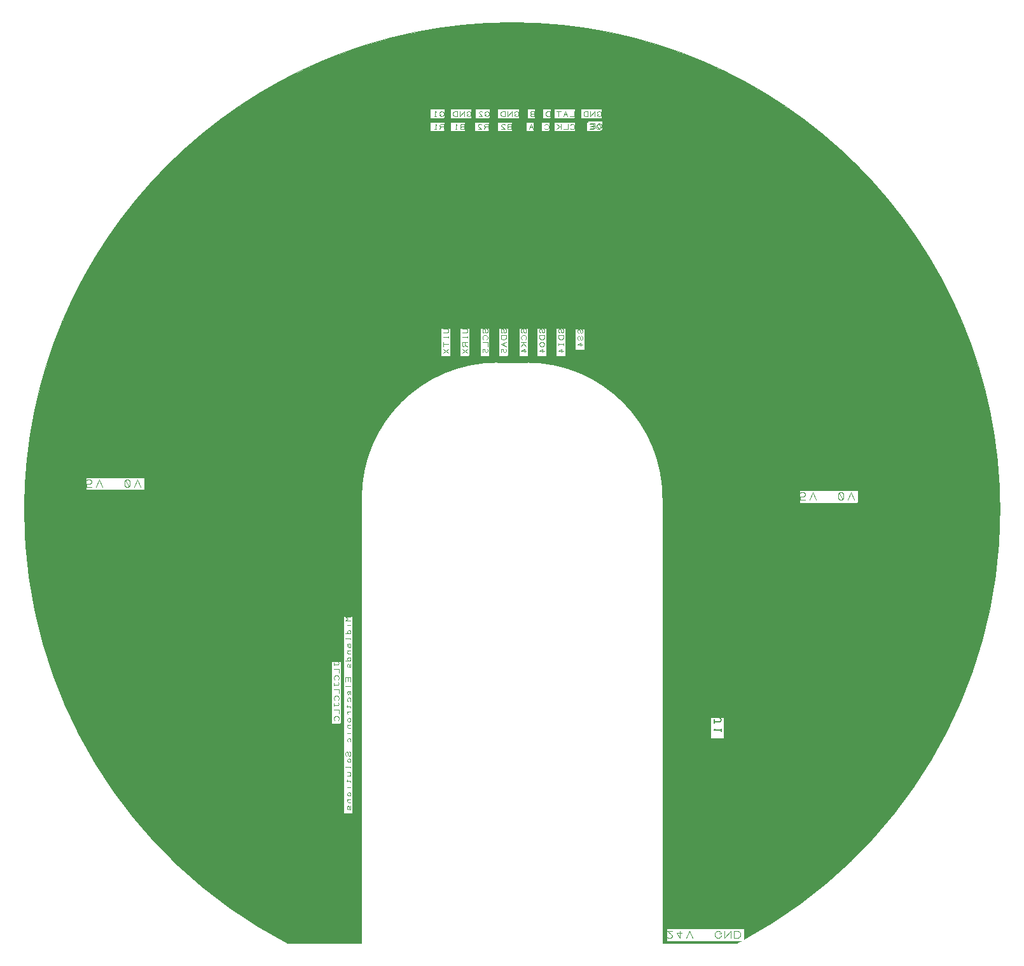
<source format=gbo>
G04 DesignSpark PCB Gerber Version 12.0 Build 5942*
%FSLAX35Y35*%
%MOMM*%
%ADD17C,0.00001*%
%ADD226C,0.07620*%
%ADD12C,0.10000*%
%ADD11C,0.12700*%
X0Y0D02*
D02*
D11*
X44623600Y50550860D02*
X44883600D01*
Y50380860D01*
X44623600D01*
Y50550860D01*
Y50720860D02*
X44883600D01*
Y50550860D01*
X44623600D01*
Y50720860D01*
X44883600Y50550860D02*
X45213600D01*
Y50380860D01*
X44883600D01*
Y50550860D01*
Y50720860D02*
X45213600D01*
Y50550860D01*
X44883600D01*
Y50720860D01*
X45213600Y50550860D02*
X45513600D01*
Y50380860D01*
X45213600D01*
Y50550860D01*
Y50720860D02*
X45513600D01*
Y50550860D01*
X45213600D01*
Y50720860D01*
X45513600Y50550860D02*
X45863600D01*
Y50380860D01*
X45513600D01*
Y50550860D01*
Y50720860D02*
X45863600D01*
Y50550860D01*
X45513600D01*
Y50720860D01*
X45863600Y50550860D02*
X46073600D01*
Y50380860D01*
X45863600D01*
Y50550860D01*
Y50720860D02*
X46073600D01*
Y50550860D01*
X45863600D01*
Y50720860D01*
X46073600Y50550860D02*
X46273600D01*
Y50380860D01*
X46073600D01*
Y50550860D01*
Y50720860D02*
X46273600D01*
Y50550860D01*
X46073600D01*
Y50720860D01*
X46273600Y50550860D02*
X46613600D01*
Y50380860D01*
X46273600D01*
Y50550860D01*
Y50720860D02*
X46613600D01*
Y50550860D01*
X46273600D01*
Y50720860D01*
X46613600Y50550860D02*
X46943600D01*
Y50380860D01*
X46613600D01*
Y50550860D01*
Y50720860D02*
X46943600D01*
Y50550860D01*
X46613600D01*
Y50720860D01*
X48487310Y42585260D02*
X48495250Y42577320D01*
X48503190Y42561450D01*
X48495250Y42545570D01*
X48487310Y42537630D01*
X48407940D01*
Y42521760D01*
Y42537630D02*
Y42569380D01*
X48503190Y42442380D02*
Y42410630D01*
Y42426510D02*
X48407940D01*
X48423810Y42442380D01*
D02*
D12*
X47792000Y41964560D02*
Y43154560D01*
X47932000Y41887760D02*
X48322000D01*
X48142000Y43280360D02*
X48392000Y43282060D01*
X48522000Y41887760D02*
X49097000Y41887060D01*
X48682000Y43282060D02*
X49062000D01*
X48997000Y41824560D02*
G75*
G02*
Y41834560I0J5000D01*
G01*
Y41824560D02*
G75*
G03*
Y41834560I0J5000D01*
G01*
X49252000Y43134560D02*
Y42024560D01*
D02*
D17*
X39226240Y45353160D02*
G75*
G03*
X42721570Y39593110I6493710J-20D01*
G01*
X43713650D01*
Y45516760D01*
G75*
G02*
X45520000Y47323110I1806350J0D01*
G01*
X45917500D01*
G75*
G02*
X47723850Y45516760I0J-1806350D01*
G01*
Y45156810D01*
G75*
G02*
X47726350Y45151760I-3850J-5050D01*
G01*
Y39593110D01*
X48718430D01*
G75*
G03*
X48767160Y39618740I-2997200J5757680D01*
G01*
X47781390D01*
G75*
G02*
X47777580Y39622550I0J3810D01*
G01*
Y39782570D01*
G75*
G02*
X47781390Y39786380I3810J0D01*
G01*
X48805010D01*
G75*
G02*
X48808820Y39782570I0J-3810D01*
G01*
Y39641070D01*
G75*
G03*
X52213720Y45353140I-3088880J5712090D01*
G01*
G75*
G03*
X45720000Y51846890I-6493720J0D01*
G01*
G75*
G03*
X39226240Y45353160I0J-6493730D01*
G01*
X47787000Y41964560D02*
Y43154560D01*
G75*
G02*
X47797000I5000J0D01*
G01*
Y41964560D01*
G75*
G02*
X47787000I-5000J0D01*
G01*
X47932000Y41892760D02*
X48322000D01*
G75*
G02*
X48327000Y41887760I0J-5000D01*
G01*
G75*
G02*
X48322000Y41882760I-5000J0D01*
G01*
X47932000D01*
G75*
G02*
X47927000Y41887760I0J5000D01*
G01*
G75*
G02*
X47932000Y41892760I5000J0D01*
G01*
X48141970Y43285360D02*
X48391970Y43287060D01*
G75*
G02*
X48397000Y43282060I30J-5000D01*
G01*
G75*
G02*
X48392030Y43277060I-5000J0D01*
G01*
X48142030Y43275360D01*
G75*
G02*
X48137000Y43280360I-30J5000D01*
G01*
G75*
G02*
X48141970Y43285360I5000J0D01*
G01*
X48361900Y42324910D02*
Y42591610D01*
G75*
G02*
X48368250Y42597960I6350J0D01*
G01*
X48533350D01*
G75*
G02*
X48539700Y42591610I0J-6350D01*
G01*
Y42324910D01*
G75*
G02*
X48533350Y42318560I-6350J0D01*
G01*
X48368250D01*
G75*
G02*
X48361900Y42324910I0J6350D01*
G01*
X48522010Y41892760D02*
X49097010Y41892060D01*
G75*
G02*
X49102000Y41887060I0J-5000D01*
G01*
G75*
G02*
X49096990Y41882060I-5010J0D01*
G01*
X48521990Y41882760D01*
G75*
G02*
X48517000Y41887760I0J5000D01*
G01*
G75*
G02*
X48522010Y41892760I5010J0D01*
G01*
X48991000Y41837560D02*
G75*
G02*
X48997000Y41839560I3500J-500D01*
G01*
G75*
G02*
X49003000Y41837560I2500J-2500D01*
G01*
G75*
G02*
X49007000Y41829560I-6000J-8000D01*
G01*
G75*
G02*
X49003000Y41821560I-10000J0D01*
G01*
G75*
G02*
X48997000Y41819560I-3500J500D01*
G01*
G75*
G02*
X48991000Y41821560I-2500J2500D01*
G01*
G75*
G02*
X48987000Y41829560I6000J8000D01*
G01*
G75*
G02*
X48991000Y41837560I10000J0D01*
G01*
X48682000Y43287060D02*
X49062000D01*
G75*
G02*
X49067000Y43282060I0J-5000D01*
G01*
G75*
G02*
X49062000Y43277060I-5000J0D01*
G01*
X48682000D01*
G75*
G02*
X48677000Y43282060I0J5000D01*
G01*
G75*
G02*
X48682000Y43287060I5000J0D01*
G01*
X49247000Y42024560D02*
Y43134560D01*
G75*
G02*
X49257000I5000J0D01*
G01*
Y42024560D01*
G75*
G02*
X49247000I-5000J0D01*
G01*
X49547380Y45458250D02*
Y45618270D01*
G75*
G02*
X49551190Y45622080I3810J0D01*
G01*
X50320810D01*
G75*
G02*
X50324620Y45618270I0J-3810D01*
G01*
Y45458250D01*
G75*
G02*
X50320810Y45454440I-3810J0D01*
G01*
X49551190D01*
G75*
G02*
X49547380Y45458250I0J3810D01*
G01*
X40046780Y45628850D02*
Y45788870D01*
G75*
G02*
X40050590Y45792680I3810J0D01*
G01*
X40820210D01*
G75*
G02*
X40824020Y45788870I0J-3810D01*
G01*
Y45628850D01*
G75*
G02*
X40820210Y45625040I-3810J0D01*
G01*
X40050590D01*
G75*
G02*
X40046780Y45628850I0J3810D01*
G01*
X43315680Y42519150D02*
Y43336770D01*
G75*
G02*
X43319490Y43340580I3810J0D01*
G01*
X43435110D01*
G75*
G02*
X43438920Y43336770I0J-3810D01*
G01*
Y42519150D01*
G75*
G02*
X43435110Y42515340I-3810J0D01*
G01*
X43319490D01*
G75*
G02*
X43315680Y42519150I0J3810D01*
G01*
X43470480Y41323150D02*
Y43940770D01*
G75*
G02*
X43474290Y43944580I3810J0D01*
G01*
X43589910D01*
G75*
G02*
X43593720Y43940770I0J-3810D01*
G01*
Y41323150D01*
G75*
G02*
X43589910Y41319340I-3810J0D01*
G01*
X43474290D01*
G75*
G02*
X43470480Y41323150I0J3810D01*
G01*
X44617250Y50550860D02*
Y50720860D01*
G75*
G02*
X44619110Y50725350I6350J0D01*
G01*
G75*
G02*
X44623600Y50727210I4490J-4490D01*
G01*
X44883600D01*
X45213600D01*
X45513600D01*
X45863600D01*
X46073600D01*
X46273600D01*
X46613600D01*
X46943600D01*
G75*
G02*
X46948090Y50725350I0J-6350D01*
G01*
G75*
G02*
X46949950Y50720860I-4490J-4490D01*
G01*
Y50550860D01*
Y50380860D01*
G75*
G02*
X46943600Y50374510I-6350J0D01*
G01*
X46613600D01*
X46273600D01*
X46073600D01*
X45863600D01*
X45513600D01*
X45213600D01*
X44883600D01*
X44623600D01*
G75*
G02*
X44617250Y50380860I0J6350D01*
G01*
Y50550860D01*
X46303280Y47407950D02*
Y47775570D01*
G75*
G02*
X46307090Y47779380I3810J0D01*
G01*
X46422710D01*
G75*
G02*
X46426520Y47775570I0J-3810D01*
G01*
Y47407950D01*
G75*
G02*
X46422710Y47404140I-3810J0D01*
G01*
X46307090D01*
G75*
G02*
X46303280Y47407950I0J3810D01*
G01*
X46557780Y47492150D02*
Y47769770D01*
G75*
G02*
X46561590Y47773580I3810J0D01*
G01*
X46677210D01*
G75*
G02*
X46681020Y47769770I0J-3810D01*
G01*
Y47492150D01*
G75*
G02*
X46677210Y47488340I-3810J0D01*
G01*
X46561590D01*
G75*
G02*
X46557780Y47492150I0J3810D01*
G01*
X46048780Y47407950D02*
Y47775570D01*
G75*
G02*
X46052590Y47779380I3810J0D01*
G01*
X46168210D01*
G75*
G02*
X46172020Y47775570I0J-3810D01*
G01*
Y47407950D01*
G75*
G02*
X46168210Y47404140I-3810J0D01*
G01*
X46052590D01*
G75*
G02*
X46048780Y47407950I0J3810D01*
G01*
X45539780D02*
Y47775570D01*
G75*
G02*
X45543590Y47779380I3810J0D01*
G01*
X45659210D01*
G75*
G02*
X45663020Y47775570I0J-3810D01*
G01*
Y47407950D01*
G75*
G02*
X45659210Y47404140I-3810J0D01*
G01*
X45543590D01*
G75*
G02*
X45539780Y47407950I0J3810D01*
G01*
X45806080D02*
Y47775570D01*
G75*
G02*
X45809890Y47779380I3810J0D01*
G01*
X45925510D01*
G75*
G02*
X45929320Y47775570I0J-3810D01*
G01*
Y47407950D01*
G75*
G02*
X45925510Y47404140I-3810J0D01*
G01*
X45809890D01*
G75*
G02*
X45806080Y47407950I0J3810D01*
G01*
X45293180D02*
Y47775570D01*
G75*
G02*
X45296990Y47779380I3810J0D01*
G01*
X45412610D01*
G75*
G02*
X45416420Y47775570I0J-3810D01*
G01*
Y47407950D01*
G75*
G02*
X45412610Y47404140I-3810J0D01*
G01*
X45296990D01*
G75*
G02*
X45293180Y47407950I0J3810D01*
G01*
X45022980D02*
Y47775570D01*
G75*
G02*
X45026790Y47779380I3810J0D01*
G01*
X45142410D01*
G75*
G02*
X45146220Y47775570I0J-3810D01*
G01*
Y47407950D01*
G75*
G02*
X45142410Y47404140I-3810J0D01*
G01*
X45026790D01*
G75*
G02*
X45022980Y47407950I0J3810D01*
G01*
X44772380D02*
Y47775570D01*
G75*
G02*
X44776190Y47779380I3810J0D01*
G01*
X44891810D01*
G75*
G02*
X44895620Y47775570I0J-3810D01*
G01*
Y47407950D01*
G75*
G02*
X44891810Y47404140I-3810J0D01*
G01*
X44776190D01*
G75*
G02*
X44772380Y47407950I0J3810D01*
G01*
X40265350Y41829560D02*
G36*
X40265350Y41829560D02*
G75*
G03*
X42721570Y39593110I5454750J3523750D01*
G01*
X43713650D01*
Y41829560D01*
X43593720D01*
Y41323150D01*
G75*
G02*
X43589910Y41319340I-3810J0D01*
G01*
X43474290D01*
G75*
G02*
X43470480Y41323150I0J3810D01*
G01*
Y41829560D01*
X40265350D01*
G37*
X47726350D02*
G36*
X47726350Y41829560D02*
Y39593110D01*
X48718430D01*
G75*
G03*
X48767160Y39618740I-2900900J5574580D01*
G01*
X47781390D01*
G75*
G02*
X47777580Y39622550I0J3810D01*
G01*
Y39782570D01*
G75*
G02*
X47781390Y39786380I3810J0D01*
G01*
X48805010D01*
G75*
G02*
X48808820Y39782570I0J-3810D01*
G01*
Y39641070D01*
G75*
G03*
X51174600Y41829560I-3088970J5712170D01*
G01*
X49007000D01*
G75*
G02*
X49003000Y41821560I-10040J20D01*
G01*
G75*
G02*
X48997000Y41819560I-3500J510D01*
G01*
G75*
G02*
X48991000Y41821560I-2500J2510D01*
G01*
G75*
G02*
X48987000Y41829560I6040J8020D01*
G01*
X47726350D01*
G37*
X40228200Y41887760D02*
G36*
X40228200Y41887760D02*
G75*
G03*
X40265350Y41829560I5494080J3466000D01*
G01*
X43470480D01*
Y41887760D01*
X40228200D01*
G37*
X43593720D02*
G36*
X43593720Y41887760D02*
Y41829560D01*
X43713650D01*
Y41887760D01*
X43593720D01*
G37*
X47726350D02*
G36*
X47726350Y41887760D02*
Y41829560D01*
X48987000D01*
G75*
G02*
X48991000Y41837560I10040J-20D01*
G01*
G75*
G02*
X48997000Y41839560I3500J-510D01*
G01*
G75*
G02*
X49003000Y41837560I2500J-2510D01*
G01*
G75*
G02*
X49007000Y41829560I-6040J-8020D01*
G01*
X51174600D01*
G75*
G03*
X51211760Y41887760I-5456930J3525140D01*
G01*
X49101950D01*
G75*
G02*
X49102000Y41887080I-4900J-700D01*
G01*
G75*
G02*
Y41887060I-6590J-10D01*
G01*
G75*
G02*
Y41887040I-6590J-10D01*
G01*
G75*
G02*
X49096990Y41882060I-4980J0D01*
G01*
X48521990Y41882760D01*
G75*
G02*
X48517000Y41887740I0J4980D01*
G01*
G75*
G02*
Y41887760I6590J10D01*
G01*
X48327000D01*
G75*
G02*
Y41887740I-6590J-10D01*
G01*
G75*
G02*
X48322000Y41882760I-5000J0D01*
G01*
X47932000D01*
G75*
G02*
X47927000Y41887740I0J4980D01*
G01*
G75*
G02*
Y41887760I6590J10D01*
G01*
X47726350D01*
G37*
X39857860Y42559560D02*
G36*
X39857860Y42559560D02*
G75*
G03*
X40228200Y41887760I5862440J2793780D01*
G01*
X43470480D01*
Y42559560D01*
X43438920D01*
Y42519150D01*
G75*
G02*
X43435110Y42515340I-3810J0D01*
G01*
X43319490D01*
G75*
G02*
X43315680Y42519150I0J3810D01*
G01*
Y42559560D01*
X39857860D01*
G37*
X43593720D02*
G36*
X43593720Y42559560D02*
Y41887760D01*
X43713650D01*
Y42559560D01*
X43593720D01*
G37*
X47726350D02*
G36*
X47726350Y42559560D02*
Y41887760D01*
X47927000D01*
G75*
G02*
Y41887780I6590J10D01*
G01*
G75*
G02*
X47932000Y41892760I5000J0D01*
G01*
X48322000D01*
G75*
G02*
X48327000Y41887780I0J-4980D01*
G01*
G75*
G02*
Y41887760I-6590J-10D01*
G01*
X48517000D01*
G75*
G02*
Y41887780I6590J10D01*
G01*
G75*
G02*
X48522010Y41892760I4980J0D01*
G01*
X49097010Y41892060D01*
G75*
G02*
X49101950Y41887760I0J-4980D01*
G01*
X51211760D01*
G75*
G03*
X51582100Y42559560I-5492100J3465580D01*
G01*
X49257000D01*
Y42024560D01*
G75*
G02*
X49247000I-5000J0D01*
G01*
Y42559560D01*
X48539700D01*
Y42324910D01*
G75*
G02*
X48533350Y42318560I-6350J0D01*
G01*
X48368250D01*
G75*
G02*
X48361900Y42324910I0J6350D01*
G01*
Y42559560D01*
X47797000D01*
Y41964560D01*
G75*
G02*
X47787000I-5000J0D01*
G01*
Y42559560D01*
X47726350D01*
G37*
X39565660Y43281210D02*
G36*
X39565660Y43281210D02*
G75*
G03*
X39857860Y42559560I6154820J2072140D01*
G01*
X43315680D01*
Y43281210D01*
X39565660D01*
G37*
X43438920D02*
G36*
X43438920Y43281210D02*
Y42559560D01*
X43470480D01*
Y43281210D01*
X43438920D01*
G37*
X43593720D02*
G36*
X43593720Y43281210D02*
Y42559560D01*
X43713650D01*
Y43281210D01*
X43593720D01*
G37*
X47726350D02*
G36*
X47726350Y43281210D02*
Y42559560D01*
X47787000D01*
Y43154560D01*
G75*
G02*
X47797000I5000J0D01*
G01*
Y42559560D01*
X48361900D01*
Y42591610D01*
G75*
G02*
X48368250Y42597960I6350J0D01*
G01*
X48533350D01*
G75*
G02*
X48539700Y42591610I0J-6350D01*
G01*
Y42559560D01*
X49247000D01*
Y43134560D01*
G75*
G02*
X49257000I5000J0D01*
G01*
Y42559560D01*
X51582100D01*
G75*
G03*
X51874300Y43281210I-5862620J2793790D01*
G01*
X49066930D01*
G75*
G02*
X49062000Y43277060I-4910J840D01*
G01*
X48682000D01*
G75*
G02*
X48677070Y43281210I-20J4990D01*
G01*
X48396930D01*
G75*
G02*
X48392030Y43277060I-4930J850D01*
G01*
X48142030Y43275360D01*
G75*
G02*
X48137000Y43280360I-30J5000D01*
G01*
G75*
G02*
X48137070Y43281210I5000J20D01*
G01*
X47726350D01*
G37*
X39226240Y45353160D02*
G36*
X39226240Y45353160D02*
Y45353140D01*
G75*
G03*
X39565660Y43281210I6493890J50D01*
G01*
X43315680D01*
Y43336770D01*
G75*
G02*
X43319490Y43340580I3810J0D01*
G01*
X43435110D01*
G75*
G02*
X43438920Y43336770I0J-3810D01*
G01*
Y43281210D01*
X43470480D01*
Y43940770D01*
G75*
G02*
X43474290Y43944580I3810J0D01*
G01*
X43589910D01*
G75*
G02*
X43593720Y43940770I0J-3810D01*
G01*
Y43281210D01*
X43713650D01*
Y45516760D01*
G75*
G02*
X43713780Y45538260I1808940J-190D01*
G01*
X39228880D01*
G75*
G03*
X39226240Y45353160I6492700J-185170D01*
G01*
G37*
X47723850Y45516760D02*
G36*
X47723850Y45516760D02*
Y45156810D01*
G75*
G02*
X47726350Y45151760I-3850J-5050D01*
G01*
Y43281210D01*
X48137070D01*
G75*
G02*
X48141970Y43285360I4930J-850D01*
G01*
X48391970Y43287060D01*
G75*
G02*
X48397000Y43282060I30J-5000D01*
G01*
G75*
G02*
X48396930Y43281210I-5000J-20D01*
G01*
X48677070D01*
G75*
G02*
X48677000Y43282040I4890J830D01*
G01*
G75*
G02*
Y43282060I6590J10D01*
G01*
G75*
G02*
Y43282080I6590J10D01*
G01*
G75*
G02*
X48682000Y43287060I5000J0D01*
G01*
X49062000D01*
G75*
G02*
X49067000Y43282080I0J-4980D01*
G01*
G75*
G02*
Y43282060I-6590J-10D01*
G01*
G75*
G02*
Y43282040I-6590J-10D01*
G01*
G75*
G02*
X49066930Y43281210I-4960J0D01*
G01*
X51874300D01*
G75*
G03*
X52213720Y45353140I-6154470J2071980D01*
G01*
G75*
G03*
X52211080Y45538260I-6496040J-60D01*
G01*
X50324620D01*
Y45458250D01*
G75*
G02*
X50320810Y45454440I-3810J0D01*
G01*
X49551190D01*
G75*
G02*
X49547380Y45458250I0J3810D01*
G01*
Y45538260D01*
X47723720D01*
G75*
G02*
X47723850Y45516760I-1808810J-21690D01*
G01*
G37*
X39235990Y45708860D02*
G36*
X39235990Y45708860D02*
G75*
G03*
X39228880Y45538260I6486550J-355780D01*
G01*
X43713780D01*
G75*
G02*
X43723890Y45708860I1806490J-21460D01*
G01*
X40824020D01*
Y45628850D01*
G75*
G02*
X40820210Y45625040I-3810J0D01*
G01*
X40050590D01*
G75*
G02*
X40046780Y45628850I0J3810D01*
G01*
Y45708860D01*
X39235990D01*
G37*
X47713610D02*
G36*
X47713610Y45708860D02*
G75*
G02*
X47723720Y45538260I-1796380J-192060D01*
G01*
X49547380D01*
Y45618270D01*
G75*
G02*
X49551190Y45622080I3810J0D01*
G01*
X50320810D01*
G75*
G02*
X50324620Y45618270I0J-3810D01*
G01*
Y45538260D01*
X52211080D01*
G75*
G03*
X52203970Y45708860I-6493660J-185180D01*
G01*
X47713610D01*
G37*
X39624320Y47591760D02*
G36*
X39624320Y47591760D02*
G75*
G03*
X39235990Y45708860I6095840J-2238700D01*
G01*
X40046780D01*
Y45788870D01*
G75*
G02*
X40050590Y45792680I3810J0D01*
G01*
X40820210D01*
G75*
G02*
X40824020Y45788870I0J-3810D01*
G01*
Y45708860D01*
X43723890D01*
G75*
G02*
X45520000Y47323110I1796130J-192120D01*
G01*
X45917500D01*
G75*
G02*
X47713610Y45708860I-20J-1806370D01*
G01*
X52203970D01*
G75*
G03*
X51815640Y47591760I-6484170J-355800D01*
G01*
X46681020D01*
Y47492150D01*
G75*
G02*
X46677210Y47488340I-3810J0D01*
G01*
X46561590D01*
G75*
G02*
X46557780Y47492150I0J3810D01*
G01*
Y47591760D01*
X46426520D01*
Y47407950D01*
G75*
G02*
X46422710Y47404140I-3810J0D01*
G01*
X46307090D01*
G75*
G02*
X46303280Y47407950I0J3810D01*
G01*
Y47591760D01*
X46172020D01*
Y47407950D01*
G75*
G02*
X46168210Y47404140I-3810J0D01*
G01*
X46052590D01*
G75*
G02*
X46048780Y47407950I0J3810D01*
G01*
Y47591760D01*
X45929320D01*
Y47407950D01*
G75*
G02*
X45925510Y47404140I-3810J0D01*
G01*
X45809890D01*
G75*
G02*
X45806080Y47407950I0J3810D01*
G01*
Y47591760D01*
X45663020D01*
Y47407950D01*
G75*
G02*
X45659210Y47404140I-3810J0D01*
G01*
X45543590D01*
G75*
G02*
X45539780Y47407950I0J3810D01*
G01*
Y47591760D01*
X45416420D01*
Y47407950D01*
G75*
G02*
X45412610Y47404140I-3810J0D01*
G01*
X45296990D01*
G75*
G02*
X45293180Y47407950I0J3810D01*
G01*
Y47591760D01*
X45146220D01*
Y47407950D01*
G75*
G02*
X45142410Y47404140I-3810J0D01*
G01*
X45026790D01*
G75*
G02*
X45022980Y47407950I0J3810D01*
G01*
Y47591760D01*
X44895620D01*
Y47407950D01*
G75*
G02*
X44891810Y47404140I-3810J0D01*
G01*
X44776190D01*
G75*
G02*
X44772380Y47407950I0J3810D01*
G01*
Y47591760D01*
X39624320D01*
G37*
X41827390Y50550860D02*
G36*
X41827390Y50550860D02*
G75*
G03*
X39624320Y47591760I3892700J-5197790D01*
G01*
X44772380D01*
Y47775570D01*
G75*
G02*
X44776190Y47779380I3810J0D01*
G01*
X44891810D01*
G75*
G02*
X44895620Y47775570I0J-3810D01*
G01*
Y47591760D01*
X45022980D01*
Y47775570D01*
G75*
G02*
X45026790Y47779380I3810J0D01*
G01*
X45142410D01*
G75*
G02*
X45146220Y47775570I0J-3810D01*
G01*
Y47591760D01*
X45293180D01*
Y47775570D01*
G75*
G02*
X45296990Y47779380I3810J0D01*
G01*
X45412610D01*
G75*
G02*
X45416420Y47775570I0J-3810D01*
G01*
Y47591760D01*
X45539780D01*
Y47775570D01*
G75*
G02*
X45543590Y47779380I3810J0D01*
G01*
X45659210D01*
G75*
G02*
X45663020Y47775570I0J-3810D01*
G01*
Y47591760D01*
X45806080D01*
Y47775570D01*
G75*
G02*
X45809890Y47779380I3810J0D01*
G01*
X45925510D01*
G75*
G02*
X45929320Y47775570I0J-3810D01*
G01*
Y47591760D01*
X46048780D01*
Y47775570D01*
G75*
G02*
X46052590Y47779380I3810J0D01*
G01*
X46168210D01*
G75*
G02*
X46172020Y47775570I0J-3810D01*
G01*
Y47591760D01*
X46303280D01*
Y47775570D01*
G75*
G02*
X46307090Y47779380I3810J0D01*
G01*
X46422710D01*
G75*
G02*
X46426520Y47775570I0J-3810D01*
G01*
Y47591760D01*
X46557780D01*
Y47769770D01*
G75*
G02*
X46561590Y47773580I3810J0D01*
G01*
X46677210D01*
G75*
G02*
X46681020Y47769770I0J-3810D01*
G01*
Y47591760D01*
X51815640D01*
G75*
G03*
X49612570Y50550860I-6095770J-2238690D01*
G01*
X46949950D01*
Y50380860D01*
G75*
G02*
X46943600Y50374510I-6350J0D01*
G01*
X46613600D01*
X46273600D01*
X46073600D01*
X45863600D01*
X45513600D01*
X45213600D01*
X44883600D01*
X44623600D01*
G75*
G02*
X44617250Y50380860I0J6350D01*
G01*
Y50550860D01*
X41827390D01*
G37*
G36*
X41827390Y50550860D02*
X44617250D01*
Y50720860D01*
G75*
G02*
Y50720880I8070J10D01*
G01*
G75*
G02*
X44619110Y50725350I6310J0D01*
G01*
G75*
G02*
X44623600Y50727210I4470J-4450D01*
G01*
X44883600D01*
X45213600D01*
X45513600D01*
X45863600D01*
X46073600D01*
X46273600D01*
X46613600D01*
X46943600D01*
G75*
G02*
X46948090Y50725350I20J-6310D01*
G01*
G75*
G02*
X46949950Y50720880I-4450J-4470D01*
G01*
G75*
G02*
Y50720860I-8070J-10D01*
G01*
Y50550860D01*
X49612570D01*
G75*
G03*
X45720000Y51846890I-3892650J-5197790D01*
G01*
G75*
G03*
X41827390Y50550860I60J-6493880D01*
G01*
G37*
X44629950Y50544510D02*
Y50526180D01*
X44813510D01*
G75*
G02*
X44817320Y50522370I0J-3810D01*
G01*
Y50406750D01*
G75*
G02*
X44813510Y50402940I-3810J0D01*
G01*
X44629950D01*
Y50387210D01*
X44877250D01*
Y50544510D01*
X44629950D01*
G36*
X44629950Y50544510D02*
Y50526180D01*
X44813510D01*
G75*
G02*
X44817320Y50522370I0J-3810D01*
G01*
Y50406750D01*
G75*
G02*
X44813510Y50402940I-3810J0D01*
G01*
X44629950D01*
Y50387210D01*
X44877250D01*
Y50544510D01*
X44629950D01*
G37*
Y50714510D02*
Y50696480D01*
X44811710D01*
G75*
G02*
X44815520Y50692670I0J-3810D01*
G01*
Y50577050D01*
G75*
G02*
X44811710Y50573240I-3810J0D01*
G01*
X44629950D01*
Y50557210D01*
X44877250D01*
Y50714510D01*
X44629950D01*
G36*
X44629950Y50714510D02*
Y50696480D01*
X44811710D01*
G75*
G02*
X44815520Y50692670I0J-3810D01*
G01*
Y50577050D01*
G75*
G02*
X44811710Y50573240I-3810J0D01*
G01*
X44629950D01*
Y50557210D01*
X44877250D01*
Y50714510D01*
X44629950D01*
G37*
X44889950Y50544510D02*
Y50387210D01*
X45207250D01*
Y50544510D01*
X44889950D01*
X44896080Y50406750D02*
Y50522370D01*
G75*
G02*
X44899890Y50526180I3810J0D01*
G01*
X45087510D01*
G75*
G02*
X45091320Y50522370I0J-3810D01*
G01*
Y50406750D01*
G75*
G02*
X45087510Y50402940I-3810J0D01*
G01*
X44899890D01*
G75*
G02*
X44896080Y50406750I0J3810D01*
G01*
X44889950Y50464560D02*
G36*
X44889950Y50464560D02*
Y50387210D01*
X45207250D01*
Y50464560D01*
X45091320D01*
Y50406750D01*
G75*
G02*
X45087510Y50402940I-3810J0D01*
G01*
X44899890D01*
G75*
G02*
X44896080Y50406750I0J3810D01*
G01*
Y50464560D01*
X44889950D01*
G37*
Y50544510D02*
G36*
X44889950Y50544510D02*
Y50464560D01*
X44896080D01*
Y50522370D01*
G75*
G02*
X44899890Y50526180I3810J0D01*
G01*
X45087510D01*
G75*
G02*
X45091320Y50522370I0J-3810D01*
G01*
Y50464560D01*
X45207250D01*
Y50544510D01*
X44889950D01*
G37*
Y50714510D02*
Y50557210D01*
X45207250D01*
Y50714510D01*
X44889950D01*
X44892380Y50577050D02*
Y50692670D01*
G75*
G02*
X44896190Y50696480I3810J0D01*
G01*
X45173810D01*
G75*
G02*
X45177620Y50692670I0J-3810D01*
G01*
Y50577050D01*
G75*
G02*
X45173810Y50573240I-3810J0D01*
G01*
X44896190D01*
G75*
G02*
X44892380Y50577050I0J3810D01*
G01*
X44889950Y50634860D02*
G36*
X44889950Y50634860D02*
Y50557210D01*
X45207250D01*
Y50634860D01*
X45177620D01*
Y50577050D01*
G75*
G02*
X45173810Y50573240I-3810J0D01*
G01*
X44896190D01*
G75*
G02*
X44892380Y50577050I0J3810D01*
G01*
Y50634860D01*
X44889950D01*
G37*
Y50714510D02*
G36*
X44889950Y50714510D02*
Y50634860D01*
X44892380D01*
Y50692670D01*
G75*
G02*
X44896190Y50696480I3810J0D01*
G01*
X45173810D01*
G75*
G02*
X45177620Y50692670I0J-3810D01*
G01*
Y50634860D01*
X45207250D01*
Y50714510D01*
X44889950D01*
G37*
X45219950Y50544510D02*
Y50526180D01*
X45404710D01*
G75*
G02*
X45408520Y50522370I0J-3810D01*
G01*
Y50406750D01*
G75*
G02*
X45404710Y50402940I-3810J0D01*
G01*
X45219950D01*
Y50387210D01*
X45507250D01*
Y50544510D01*
X45219950D01*
G36*
X45219950Y50544510D02*
Y50526180D01*
X45404710D01*
G75*
G02*
X45408520Y50522370I0J-3810D01*
G01*
Y50406750D01*
G75*
G02*
X45404710Y50402940I-3810J0D01*
G01*
X45219950D01*
Y50387210D01*
X45507250D01*
Y50544510D01*
X45219950D01*
G37*
Y50714510D02*
Y50557210D01*
X45507250D01*
Y50714510D01*
X45219950D01*
X45223180Y50577050D02*
Y50692670D01*
G75*
G02*
X45226990Y50696480I3810J0D01*
G01*
X45414610D01*
G75*
G02*
X45418420Y50692670I0J-3810D01*
G01*
Y50577050D01*
G75*
G02*
X45414610Y50573240I-3810J0D01*
G01*
X45226990D01*
G75*
G02*
X45223180Y50577050I0J3810D01*
G01*
X45219950Y50634860D02*
G36*
X45219950Y50634860D02*
Y50557210D01*
X45507250D01*
Y50634860D01*
X45418420D01*
Y50577050D01*
G75*
G02*
X45414610Y50573240I-3810J0D01*
G01*
X45226990D01*
G75*
G02*
X45223180Y50577050I0J3810D01*
G01*
Y50634860D01*
X45219950D01*
G37*
Y50714510D02*
G36*
X45219950Y50714510D02*
Y50634860D01*
X45223180D01*
Y50692670D01*
G75*
G02*
X45226990Y50696480I3810J0D01*
G01*
X45414610D01*
G75*
G02*
X45418420Y50692670I0J-3810D01*
G01*
Y50634860D01*
X45507250D01*
Y50714510D01*
X45219950D01*
G37*
X45519950Y50544510D02*
Y50387210D01*
X45857250D01*
Y50544510D01*
X45519950D01*
X45522580Y50406750D02*
Y50522370D01*
G75*
G02*
X45526390Y50526180I3810J0D01*
G01*
X45714010D01*
G75*
G02*
X45717820Y50522370I0J-3810D01*
G01*
Y50406750D01*
G75*
G02*
X45714010Y50402940I-3810J0D01*
G01*
X45526390D01*
G75*
G02*
X45522580Y50406750I0J3810D01*
G01*
X45519950Y50464560D02*
G36*
X45519950Y50464560D02*
Y50387210D01*
X45857250D01*
Y50464560D01*
X45717820D01*
Y50406750D01*
G75*
G02*
X45714010Y50402940I-3810J0D01*
G01*
X45526390D01*
G75*
G02*
X45522580Y50406750I0J3810D01*
G01*
Y50464560D01*
X45519950D01*
G37*
Y50544510D02*
G36*
X45519950Y50544510D02*
Y50464560D01*
X45522580D01*
Y50522370D01*
G75*
G02*
X45526390Y50526180I3810J0D01*
G01*
X45714010D01*
G75*
G02*
X45717820Y50522370I0J-3810D01*
G01*
Y50464560D01*
X45857250D01*
Y50544510D01*
X45519950D01*
G37*
Y50714510D02*
Y50557210D01*
X45857250D01*
Y50714510D01*
X45519950D01*
X45526480Y50577050D02*
Y50692670D01*
G75*
G02*
X45530290Y50696480I3810J0D01*
G01*
X45807910D01*
G75*
G02*
X45811720Y50692670I0J-3810D01*
G01*
Y50577050D01*
G75*
G02*
X45807910Y50573240I-3810J0D01*
G01*
X45530290D01*
G75*
G02*
X45526480Y50577050I0J3810D01*
G01*
X45519950Y50634860D02*
G36*
X45519950Y50634860D02*
Y50557210D01*
X45857250D01*
Y50634860D01*
X45811720D01*
Y50577050D01*
G75*
G02*
X45807910Y50573240I-3810J0D01*
G01*
X45530290D01*
G75*
G02*
X45526480Y50577050I0J3810D01*
G01*
Y50634860D01*
X45519950D01*
G37*
Y50714510D02*
G36*
X45519950Y50714510D02*
Y50634860D01*
X45526480D01*
Y50692670D01*
G75*
G02*
X45530290Y50696480I3810J0D01*
G01*
X45807910D01*
G75*
G02*
X45811720Y50692670I0J-3810D01*
G01*
Y50634860D01*
X45857250D01*
Y50714510D01*
X45519950D01*
G37*
X45869950Y50544510D02*
Y50387210D01*
X46067250D01*
Y50544510D01*
X45869950D01*
X45900280Y50406750D02*
Y50522370D01*
G75*
G02*
X45904090Y50526180I3810J0D01*
G01*
X46001710D01*
G75*
G02*
X46005520Y50522370I0J-3810D01*
G01*
Y50406750D01*
G75*
G02*
X46001710Y50402940I-3810J0D01*
G01*
X45904090D01*
G75*
G02*
X45900280Y50406750I0J3810D01*
G01*
X45869950Y50464560D02*
G36*
X45869950Y50464560D02*
Y50387210D01*
X46067250D01*
Y50464560D01*
X46005520D01*
Y50406750D01*
G75*
G02*
X46001710Y50402940I-3810J0D01*
G01*
X45904090D01*
G75*
G02*
X45900280Y50406750I0J3810D01*
G01*
Y50464560D01*
X45869950D01*
G37*
Y50544510D02*
G36*
X45869950Y50544510D02*
Y50464560D01*
X45900280D01*
Y50522370D01*
G75*
G02*
X45904090Y50526180I3810J0D01*
G01*
X46001710D01*
G75*
G02*
X46005520Y50522370I0J-3810D01*
G01*
Y50464560D01*
X46067250D01*
Y50544510D01*
X45869950D01*
G37*
Y50714510D02*
Y50557210D01*
X46067250D01*
Y50714510D01*
X45869950D01*
X45918080Y50577050D02*
Y50692670D01*
G75*
G02*
X45921890Y50696480I3810J0D01*
G01*
X46019510D01*
G75*
G02*
X46023320Y50692670I0J-3810D01*
G01*
Y50577050D01*
G75*
G02*
X46019510Y50573240I-3810J0D01*
G01*
X45921890D01*
G75*
G02*
X45918080Y50577050I0J3810D01*
G01*
X45869950Y50634860D02*
G36*
X45869950Y50634860D02*
Y50557210D01*
X46067250D01*
Y50634860D01*
X46023320D01*
Y50577050D01*
G75*
G02*
X46019510Y50573240I-3810J0D01*
G01*
X45921890D01*
G75*
G02*
X45918080Y50577050I0J3810D01*
G01*
Y50634860D01*
X45869950D01*
G37*
Y50714510D02*
G36*
X45869950Y50714510D02*
Y50634860D01*
X45918080D01*
Y50692670D01*
G75*
G02*
X45921890Y50696480I3810J0D01*
G01*
X46019510D01*
G75*
G02*
X46023320Y50692670I0J-3810D01*
G01*
Y50634860D01*
X46067250D01*
Y50714510D01*
X45869950D01*
G37*
X46079950Y50544510D02*
Y50387210D01*
X46267250D01*
Y50544510D01*
X46079950D01*
X46107880Y50406750D02*
Y50522370D01*
G75*
G02*
X46111690Y50526180I3810J0D01*
G01*
X46209310D01*
G75*
G02*
X46213120Y50522370I0J-3810D01*
G01*
Y50406750D01*
G75*
G02*
X46209310Y50402940I-3810J0D01*
G01*
X46111690D01*
G75*
G02*
X46107880Y50406750I0J3810D01*
G01*
X46079950Y50464560D02*
G36*
X46079950Y50464560D02*
Y50387210D01*
X46267250D01*
Y50464560D01*
X46213120D01*
Y50406750D01*
G75*
G02*
X46209310Y50402940I-3810J0D01*
G01*
X46111690D01*
G75*
G02*
X46107880Y50406750I0J3810D01*
G01*
Y50464560D01*
X46079950D01*
G37*
Y50544510D02*
G36*
X46079950Y50544510D02*
Y50464560D01*
X46107880D01*
Y50522370D01*
G75*
G02*
X46111690Y50526180I3810J0D01*
G01*
X46209310D01*
G75*
G02*
X46213120Y50522370I0J-3810D01*
G01*
Y50464560D01*
X46267250D01*
Y50544510D01*
X46079950D01*
G37*
Y50714510D02*
Y50557210D01*
X46267250D01*
Y50714510D01*
X46079950D01*
X46125680Y50577050D02*
Y50692670D01*
G75*
G02*
X46129490Y50696480I3810J0D01*
G01*
X46227110D01*
G75*
G02*
X46230920Y50692670I0J-3810D01*
G01*
Y50577050D01*
G75*
G02*
X46227110Y50573240I-3810J0D01*
G01*
X46129490D01*
G75*
G02*
X46125680Y50577050I0J3810D01*
G01*
X46079950Y50634860D02*
G36*
X46079950Y50634860D02*
Y50557210D01*
X46267250D01*
Y50634860D01*
X46230920D01*
Y50577050D01*
G75*
G02*
X46227110Y50573240I-3810J0D01*
G01*
X46129490D01*
G75*
G02*
X46125680Y50577050I0J3810D01*
G01*
Y50634860D01*
X46079950D01*
G37*
Y50714510D02*
G36*
X46079950Y50714510D02*
Y50634860D01*
X46125680D01*
Y50692670D01*
G75*
G02*
X46129490Y50696480I3810J0D01*
G01*
X46227110D01*
G75*
G02*
X46230920Y50692670I0J-3810D01*
G01*
Y50634860D01*
X46267250D01*
Y50714510D01*
X46079950D01*
G37*
X46279950Y50544510D02*
Y50526180D01*
X46553810D01*
G75*
G02*
X46557620Y50522370I0J-3810D01*
G01*
Y50406750D01*
G75*
G02*
X46553810Y50402940I-3810J0D01*
G01*
X46279950D01*
Y50387210D01*
X46607250D01*
Y50544510D01*
X46279950D01*
G36*
X46279950Y50544510D02*
Y50526180D01*
X46553810D01*
G75*
G02*
X46557620Y50522370I0J-3810D01*
G01*
Y50406750D01*
G75*
G02*
X46553810Y50402940I-3810J0D01*
G01*
X46279950D01*
Y50387210D01*
X46607250D01*
Y50544510D01*
X46279950D01*
G37*
Y50714510D02*
Y50696480D01*
X46550010D01*
G75*
G02*
X46553820Y50692670I0J-3810D01*
G01*
Y50577050D01*
G75*
G02*
X46550010Y50573240I-3810J0D01*
G01*
X46279950D01*
Y50557210D01*
X46607250D01*
Y50714510D01*
X46279950D01*
G36*
X46279950Y50714510D02*
Y50696480D01*
X46550010D01*
G75*
G02*
X46553820Y50692670I0J-3810D01*
G01*
Y50577050D01*
G75*
G02*
X46550010Y50573240I-3810J0D01*
G01*
X46279950D01*
Y50557210D01*
X46607250D01*
Y50714510D01*
X46279950D01*
G37*
X46619950Y50544510D02*
Y50387210D01*
X46937250D01*
Y50544510D01*
X46619950D01*
X46704980Y50406750D02*
Y50522370D01*
G75*
G02*
X46708790Y50526180I3810J0D01*
G01*
X46720580D01*
Y50532270D01*
G75*
G02*
X46724390Y50536080I3810J0D01*
G01*
X46912010D01*
G75*
G02*
X46915820Y50532270I0J-3810D01*
G01*
Y50416650D01*
G75*
G02*
X46912010Y50412840I-3810J0D01*
G01*
X46900220D01*
Y50406750D01*
G75*
G02*
X46896410Y50402940I-3810J0D01*
G01*
X46708790D01*
G75*
G02*
X46704980Y50406750I0J3810D01*
G01*
X46619950Y50469510D02*
G36*
X46619950Y50469510D02*
Y50387210D01*
X46937250D01*
Y50469510D01*
X46915820D01*
Y50416650D01*
G75*
G02*
X46912010Y50412840I-3810J0D01*
G01*
X46900220D01*
Y50406750D01*
G75*
G02*
X46896410Y50402940I-3810J0D01*
G01*
X46708790D01*
G75*
G02*
X46704980Y50406750I0J3810D01*
G01*
Y50469510D01*
X46619950D01*
G37*
Y50544510D02*
G36*
X46619950Y50544510D02*
Y50469510D01*
X46704980D01*
Y50522370D01*
G75*
G02*
X46708790Y50526180I3810J0D01*
G01*
X46720580D01*
Y50532270D01*
G75*
G02*
X46724390Y50536080I3810J0D01*
G01*
X46912010D01*
G75*
G02*
X46915820Y50532270I0J-3810D01*
G01*
Y50469510D01*
X46937250D01*
Y50544510D01*
X46619950D01*
G37*
Y50714510D02*
Y50557210D01*
X46937250D01*
Y50714510D01*
X46619950D01*
X46628580Y50577050D02*
Y50692670D01*
G75*
G02*
X46632390Y50696480I3810J0D01*
G01*
X46910010D01*
G75*
G02*
X46913820Y50692670I0J-3810D01*
G01*
Y50577050D01*
G75*
G02*
X46910010Y50573240I-3810J0D01*
G01*
X46632390D01*
G75*
G02*
X46628580Y50577050I0J3810D01*
G01*
X46619950Y50634860D02*
G36*
X46619950Y50634860D02*
Y50557210D01*
X46937250D01*
Y50634860D01*
X46913820D01*
Y50577050D01*
G75*
G02*
X46910010Y50573240I-3810J0D01*
G01*
X46632390D01*
G75*
G02*
X46628580Y50577050I0J3810D01*
G01*
Y50634860D01*
X46619950D01*
G37*
Y50714510D02*
G36*
X46619950Y50714510D02*
Y50634860D01*
X46628580D01*
Y50692670D01*
G75*
G02*
X46632390Y50696480I3810J0D01*
G01*
X46910010D01*
G75*
G02*
X46913820Y50692670I0J-3810D01*
G01*
Y50634860D01*
X46937250D01*
Y50714510D01*
X46619950D01*
G37*
D02*
D226*
X40054400Y45753310D02*
X40070280Y45761250D01*
X40094090D01*
X40109960Y45753310D01*
X40117900Y45737430D01*
Y45729500D01*
X40109960Y45713620D01*
X40094090Y45705680D01*
X40054400D01*
Y45666000D01*
X40117900D01*
X40181400D02*
X40221090Y45761250D01*
X40260780Y45666000D01*
X40570340Y45753310D02*
X40586210Y45761250D01*
X40602090D01*
X40617960Y45753310D01*
X40625900Y45737430D01*
Y45689810D01*
X40617960Y45673930D01*
X40602090Y45666000D01*
X40586210D01*
X40570340Y45673930D01*
X40562400Y45689810D01*
Y45737430D01*
X40570340Y45753310D01*
X40617960Y45673930D01*
X40689400Y45666000D02*
X40729090Y45761250D01*
X40768780Y45666000D01*
X43403170Y43332960D02*
X43408800Y43327330D01*
X43414420Y43316080D01*
X43408800Y43304830D01*
X43403170Y43299210D01*
X43346920D01*
Y43287960D01*
Y43299210D02*
Y43321710D01*
Y43242960D02*
X43414420D01*
Y43186710D01*
X43403170Y43096710D02*
X43408800Y43102330D01*
X43414420Y43113580D01*
Y43130460D01*
X43408800Y43141710D01*
X43403170Y43147330D01*
X43391920Y43152960D01*
X43369420D01*
X43358170Y43147330D01*
X43352550Y43141710D01*
X43346920Y43130460D01*
Y43113580D01*
X43352550Y43102330D01*
X43358170Y43096710D01*
X43403170Y43062960D02*
X43408800Y43057330D01*
X43414420Y43046080D01*
X43408800Y43034830D01*
X43403170Y43029210D01*
X43346920D01*
Y43017960D01*
Y43029210D02*
Y43051710D01*
Y42972960D02*
X43414420D01*
Y42916710D01*
X43403170Y42826710D02*
X43408800Y42832330D01*
X43414420Y42843580D01*
Y42860460D01*
X43408800Y42871710D01*
X43403170Y42877330D01*
X43391920Y42882960D01*
X43369420D01*
X43358170Y42877330D01*
X43352550Y42871710D01*
X43346920Y42860460D01*
Y42843580D01*
X43352550Y42832330D01*
X43358170Y42826710D01*
X43403170Y42792960D02*
X43408800Y42787330D01*
X43414420Y42776080D01*
X43408800Y42764830D01*
X43403170Y42759210D01*
X43346920D01*
Y42747960D01*
Y42759210D02*
Y42781710D01*
Y42702960D02*
X43414420D01*
Y42646710D01*
X43403170Y42556710D02*
X43408800Y42562330D01*
X43414420Y42573580D01*
Y42590460D01*
X43408800Y42601710D01*
X43403170Y42607330D01*
X43391920Y42612960D01*
X43369420D01*
X43358170Y42607330D01*
X43352550Y42601710D01*
X43346920Y42590460D01*
Y42573580D01*
X43352550Y42562330D01*
X43358170Y42556710D01*
X43569220Y43936960D02*
X43501720D01*
X43535470Y43908830D01*
X43501720Y43880710D01*
X43569220D01*
Y43824460D02*
X43524220D01*
X43507350D02*
X43541100Y43711960D02*
X43529850Y43717580D01*
X43524220Y43728830D01*
Y43740080D01*
X43529850Y43751330D01*
X43541100Y43756960D01*
X43552350D01*
X43563600Y43751330D01*
X43569220Y43740080D01*
Y43728830D01*
X43563600Y43717580D01*
X43552350Y43711960D01*
X43569220D02*
X43501720D01*
X43569220Y43638830D02*
Y43644460D01*
X43501720D01*
X43529850Y43576960D02*
X43524220Y43565710D01*
Y43548830D01*
X43529850Y43537580D01*
X43541100Y43531960D01*
X43557970D01*
X43563600Y43537580D01*
X43569220Y43548830D01*
Y43560080D01*
X43563600Y43571330D01*
X43557970Y43576960D01*
X43552350D01*
X43546720Y43571330D01*
X43541100Y43560080D01*
Y43548830D01*
X43546720Y43537580D01*
X43552350Y43531960D01*
X43557970D02*
X43569220D01*
Y43486960D02*
X43524220D01*
X43541100D02*
X43529850Y43481330D01*
X43524220Y43470080D01*
Y43458830D01*
X43529850Y43447580D01*
X43541100Y43441960D01*
X43569220D01*
X43541100Y43351960D02*
X43529850Y43357580D01*
X43524220Y43368830D01*
Y43380080D01*
X43529850Y43391330D01*
X43541100Y43396960D01*
X43552350D01*
X43563600Y43391330D01*
X43569220Y43380080D01*
Y43368830D01*
X43563600Y43357580D01*
X43552350Y43351960D01*
X43569220D02*
X43501720D01*
X43563600Y43306960D02*
X43569220Y43295710D01*
Y43273210D01*
X43563600Y43261960D01*
X43552350D01*
X43546720Y43273210D01*
Y43295710D01*
X43541100Y43306960D01*
X43529850D01*
X43524220Y43295710D01*
Y43273210D01*
X43529850Y43261960D01*
X43569220Y43126960D02*
X43501720D01*
Y43070710D01*
X43535470Y43081960D02*
Y43126960D01*
X43569220D02*
Y43070710D01*
Y43008830D02*
Y43014460D01*
X43501720D01*
X43563600Y42901960D02*
X43569220Y42907580D01*
Y42918830D01*
Y42930080D01*
X43563600Y42941330D01*
X43552350Y42946960D01*
X43535470D01*
X43529850Y42941330D01*
X43524220Y42930080D01*
Y42918830D01*
X43529850Y42907580D01*
X43535470Y42901960D01*
X43541100D01*
X43546720Y42907580D01*
X43552350Y42918830D01*
Y42930080D01*
X43546720Y42941330D01*
X43541100Y42946960D01*
X43529850Y42811960D02*
X43524220Y42823210D01*
Y42840080D01*
X43529850Y42851330D01*
X43541100Y42856960D01*
X43552350D01*
X43563600Y42851330D01*
X43569220Y42840080D01*
Y42823210D01*
X43563600Y42811960D01*
X43524220Y42757580D02*
Y42731330D01*
X43512970Y42744460D02*
X43563600D01*
X43569220Y42738830D01*
Y42733210D01*
X43563600Y42727580D01*
X43569220Y42676960D02*
X43524220D01*
X43541100D02*
X43529850Y42671330D01*
X43524220Y42660080D01*
Y42648830D01*
X43529850Y42637580D01*
X43552350Y42586960D02*
X43563600Y42581330D01*
X43569220Y42570080D01*
Y42558830D01*
X43563600Y42547580D01*
X43552350Y42541960D01*
X43541100D01*
X43529850Y42547580D01*
X43524220Y42558830D01*
Y42570080D01*
X43529850Y42581330D01*
X43541100Y42586960D01*
X43552350D01*
X43569220Y42496960D02*
X43524220D01*
X43541100D02*
X43529850Y42491330D01*
X43524220Y42480080D01*
Y42468830D01*
X43529850Y42457580D01*
X43541100Y42451960D01*
X43569220D01*
Y42384460D02*
X43524220D01*
X43507350D02*
X43529850Y42271960D02*
X43524220Y42283210D01*
Y42300080D01*
X43529850Y42311330D01*
X43541100Y42316960D01*
X43552350D01*
X43563600Y42311330D01*
X43569220Y42300080D01*
Y42283210D01*
X43563600Y42271960D01*
X43552350Y42136960D02*
X43563600Y42131330D01*
X43569220Y42120080D01*
Y42097580D01*
X43563600Y42086330D01*
X43552350Y42080710D01*
X43541100Y42086330D01*
X43535470Y42097580D01*
Y42120080D01*
X43529850Y42131330D01*
X43518600Y42136960D01*
X43507350Y42131330D01*
X43501720Y42120080D01*
Y42097580D01*
X43507350Y42086330D01*
X43518600Y42080710D01*
X43552350Y42046960D02*
X43563600Y42041330D01*
X43569220Y42030080D01*
Y42018830D01*
X43563600Y42007580D01*
X43552350Y42001960D01*
X43541100D01*
X43529850Y42007580D01*
X43524220Y42018830D01*
Y42030080D01*
X43529850Y42041330D01*
X43541100Y42046960D01*
X43552350D01*
X43569220Y41928830D02*
Y41934460D01*
X43501720D01*
X43524220Y41866960D02*
X43552350D01*
X43563600Y41861330D01*
X43569220Y41850080D01*
Y41838830D01*
X43563600Y41827580D01*
X43552350Y41821960D01*
X43524220D02*
X43569220D01*
X43524220Y41767580D02*
Y41741330D01*
X43512970Y41754460D02*
X43563600D01*
X43569220Y41748830D01*
Y41743210D01*
X43563600Y41737580D01*
X43569220Y41664460D02*
X43524220D01*
X43507350D02*
X43552350Y41596960D02*
X43563600Y41591330D01*
X43569220Y41580080D01*
Y41568830D01*
X43563600Y41557580D01*
X43552350Y41551960D01*
X43541100D01*
X43529850Y41557580D01*
X43524220Y41568830D01*
Y41580080D01*
X43529850Y41591330D01*
X43541100Y41596960D01*
X43552350D01*
X43569220Y41506960D02*
X43524220D01*
X43541100D02*
X43529850Y41501330D01*
X43524220Y41490080D01*
Y41478830D01*
X43529850Y41467580D01*
X43541100Y41461960D01*
X43569220D01*
X43563600Y41416960D02*
X43569220Y41405710D01*
Y41383210D01*
X43563600Y41371960D01*
X43552350D01*
X43546720Y41383210D01*
Y41405710D01*
X43541100Y41416960D01*
X43529850D01*
X43524220Y41405710D01*
Y41383210D01*
X43529850Y41371960D01*
X44768520Y50625860D02*
X44751650D01*
Y50620240D01*
X44757270Y50608990D01*
X44762900Y50603360D01*
X44774150Y50597740D01*
X44785400D01*
X44796650Y50603360D01*
X44802270Y50608990D01*
X44807900Y50620240D01*
Y50642740D01*
X44802270Y50653990D01*
X44796650Y50659610D01*
X44785400Y50665240D01*
X44774150D01*
X44762900Y50659610D01*
X44757270Y50653990D01*
X44751650Y50642740D01*
X44706650Y50597740D02*
X44684150D01*
X44695400D02*
Y50665240D01*
X44706650Y50653990D01*
X44809700Y50427440D02*
Y50494940D01*
X44770320D01*
X44759070Y50489310D01*
X44753450Y50478060D01*
X44759070Y50466810D01*
X44770320Y50461190D01*
X44809700D01*
X44770320D02*
X44753450Y50427440D01*
X44708450D02*
X44685950D01*
X44697200D02*
Y50494940D01*
X44708450Y50483690D01*
X44803620Y47771760D02*
X44854250D01*
X44865500Y47766130D01*
X44871120Y47754880D01*
Y47732380D01*
X44865500Y47721130D01*
X44854250Y47715510D01*
X44803620D01*
X44871120Y47670510D02*
Y47648010D01*
Y47659260D02*
X44803620D01*
X44814870Y47670510D01*
X44871120Y47563630D02*
X44803620D01*
Y47591760D02*
Y47535510D01*
X44871120Y47501760D02*
X44803620Y47445510D01*
Y47501760D02*
X44871120Y47445510D01*
X45044320Y50461190D02*
X45033070Y50455560D01*
X45027450Y50444310D01*
X45033070Y50433060D01*
X45044320Y50427440D01*
X45083700D01*
Y50494940D01*
X45044320D01*
X45033070Y50489310D01*
X45027450Y50478060D01*
X45033070Y50466810D01*
X45044320Y50461190D01*
X45083700D01*
X44982450Y50427440D02*
X44959950D01*
X44971200D02*
Y50494940D01*
X44982450Y50483690D01*
X45130620Y50625860D02*
X45113750D01*
Y50620240D01*
X45119370Y50608990D01*
X45125000Y50603360D01*
X45136250Y50597740D01*
X45147500D01*
X45158750Y50603360D01*
X45164370Y50608990D01*
X45170000Y50620240D01*
Y50642740D01*
X45164370Y50653990D01*
X45158750Y50659610D01*
X45147500Y50665240D01*
X45136250D01*
X45125000Y50659610D01*
X45119370Y50653990D01*
X45113750Y50642740D01*
X45080000Y50597740D02*
Y50665240D01*
X45023750Y50597740D01*
Y50665240D01*
X44990000Y50597740D02*
Y50665240D01*
X44956250D01*
X44945000Y50659610D01*
X44939370Y50653990D01*
X44933750Y50642740D01*
Y50620240D01*
X44939370Y50608990D01*
X44945000Y50603360D01*
X44956250Y50597740D01*
X44990000D01*
X45054220Y47771760D02*
X45104850D01*
X45116100Y47766130D01*
X45121720Y47754880D01*
Y47732380D01*
X45116100Y47721130D01*
X45104850Y47715510D01*
X45054220D01*
X45121720Y47670510D02*
Y47648010D01*
Y47659260D02*
X45054220D01*
X45065470Y47670510D01*
X45121720Y47591760D02*
X45054220D01*
Y47552380D01*
X45059850Y47541130D01*
X45071100Y47535510D01*
X45082350Y47541130D01*
X45087970Y47552380D01*
Y47591760D01*
Y47552380D02*
X45121720Y47535510D01*
Y47501760D02*
X45054220Y47445510D01*
Y47501760D02*
X45121720Y47445510D01*
X45400900Y50427440D02*
Y50494940D01*
X45361520D01*
X45350270Y50489310D01*
X45344650Y50478060D01*
X45350270Y50466810D01*
X45361520Y50461190D01*
X45400900D01*
X45361520D02*
X45344650Y50427440D01*
X45265900D02*
X45310900D01*
X45271520Y50466810D01*
X45265900Y50478060D01*
X45271520Y50489310D01*
X45282770Y50494940D01*
X45299650D01*
X45310900Y50489310D01*
X45371420Y50625860D02*
X45354550D01*
Y50620240D01*
X45360170Y50608990D01*
X45365800Y50603360D01*
X45377050Y50597740D01*
X45388300D01*
X45399550Y50603360D01*
X45405170Y50608990D01*
X45410800Y50620240D01*
Y50642740D01*
X45405170Y50653990D01*
X45399550Y50659610D01*
X45388300Y50665240D01*
X45377050D01*
X45365800Y50659610D01*
X45360170Y50653990D01*
X45354550Y50642740D01*
X45275800Y50597740D02*
X45320800D01*
X45281420Y50637110D01*
X45275800Y50648360D01*
X45281420Y50659610D01*
X45292670Y50665240D01*
X45309550D01*
X45320800Y50659610D01*
X45375050Y47771760D02*
X45386300Y47766130D01*
X45391920Y47754880D01*
Y47732380D01*
X45386300Y47721130D01*
X45375050Y47715510D01*
X45363800Y47721130D01*
X45358170Y47732380D01*
Y47754880D01*
X45352550Y47766130D01*
X45341300Y47771760D01*
X45330050Y47766130D01*
X45324420Y47754880D01*
Y47732380D01*
X45330050Y47721130D01*
X45341300Y47715510D01*
X45380670Y47625510D02*
X45386300Y47631130D01*
X45391920Y47642380D01*
Y47659260D01*
X45386300Y47670510D01*
X45380670Y47676130D01*
X45369420Y47681760D01*
X45346920D01*
X45335670Y47676130D01*
X45330050Y47670510D01*
X45324420Y47659260D01*
Y47642380D01*
X45330050Y47631130D01*
X45335670Y47625510D01*
X45324420Y47591760D02*
X45391920D01*
Y47535510D01*
X45386300Y47501760D02*
X45391920Y47490510D01*
Y47473630D01*
X45386300Y47462380D01*
X45375050Y47456760D01*
X45369420D01*
X45358170Y47462380D01*
X45352550Y47473630D01*
Y47501760D01*
X45324420D01*
Y47456760D01*
X45670820Y50461190D02*
X45659570Y50455560D01*
X45653950Y50444310D01*
X45659570Y50433060D01*
X45670820Y50427440D01*
X45710200D01*
Y50494940D01*
X45670820D01*
X45659570Y50489310D01*
X45653950Y50478060D01*
X45659570Y50466810D01*
X45670820Y50461190D01*
X45710200D01*
X45575200Y50427440D02*
X45620200D01*
X45580820Y50466810D01*
X45575200Y50478060D01*
X45580820Y50489310D01*
X45592070Y50494940D01*
X45608950D01*
X45620200Y50489310D01*
X45621650Y47771760D02*
X45632900Y47766130D01*
X45638520Y47754880D01*
Y47732380D01*
X45632900Y47721130D01*
X45621650Y47715510D01*
X45610400Y47721130D01*
X45604770Y47732380D01*
Y47754880D01*
X45599150Y47766130D01*
X45587900Y47771760D01*
X45576650Y47766130D01*
X45571020Y47754880D01*
Y47732380D01*
X45576650Y47721130D01*
X45587900Y47715510D01*
X45638520Y47681760D02*
X45571020D01*
Y47648010D01*
X45576650Y47636760D01*
X45582270Y47631130D01*
X45593520Y47625510D01*
X45616020D01*
X45627270Y47631130D01*
X45632900Y47636760D01*
X45638520Y47648010D01*
Y47681760D01*
Y47591760D02*
X45571020Y47563630D01*
X45638520Y47535510D01*
X45610400Y47580510D02*
Y47546760D01*
X45632900Y47501760D02*
X45638520Y47490510D01*
Y47473630D01*
X45632900Y47462380D01*
X45621650Y47456760D01*
X45616020D01*
X45604770Y47462380D01*
X45599150Y47473630D01*
Y47501760D01*
X45571020D01*
Y47456760D01*
X45764720Y50625860D02*
X45747850D01*
Y50620240D01*
X45753470Y50608990D01*
X45759100Y50603360D01*
X45770350Y50597740D01*
X45781600D01*
X45792850Y50603360D01*
X45798470Y50608990D01*
X45804100Y50620240D01*
Y50642740D01*
X45798470Y50653990D01*
X45792850Y50659610D01*
X45781600Y50665240D01*
X45770350D01*
X45759100Y50659610D01*
X45753470Y50653990D01*
X45747850Y50642740D01*
X45714100Y50597740D02*
Y50665240D01*
X45657850Y50597740D01*
Y50665240D01*
X45624100Y50597740D02*
Y50665240D01*
X45590350D01*
X45579100Y50659610D01*
X45573470Y50653990D01*
X45567850Y50642740D01*
Y50620240D01*
X45573470Y50608990D01*
X45579100Y50603360D01*
X45590350Y50597740D01*
X45624100D01*
X45887950Y47771760D02*
X45899200Y47766130D01*
X45904820Y47754880D01*
Y47732380D01*
X45899200Y47721130D01*
X45887950Y47715510D01*
X45876700Y47721130D01*
X45871070Y47732380D01*
Y47754880D01*
X45865450Y47766130D01*
X45854200Y47771760D01*
X45842950Y47766130D01*
X45837320Y47754880D01*
Y47732380D01*
X45842950Y47721130D01*
X45854200Y47715510D01*
X45893570Y47625510D02*
X45899200Y47631130D01*
X45904820Y47642380D01*
Y47659260D01*
X45899200Y47670510D01*
X45893570Y47676130D01*
X45882320Y47681760D01*
X45859820D01*
X45848570Y47676130D01*
X45842950Y47670510D01*
X45837320Y47659260D01*
Y47642380D01*
X45842950Y47631130D01*
X45848570Y47625510D01*
X45904820Y47591760D02*
X45837320D01*
X45871070D02*
Y47574880D01*
X45837320Y47535510D01*
X45871070Y47574880D02*
X45904820Y47535510D01*
Y47473630D02*
X45837320D01*
X45882320Y47501760D01*
Y47456760D01*
X45997900Y50427440D02*
X45969770Y50494940D01*
X45941650Y50427440D01*
X45986650Y50455560D02*
X45952900D01*
X45976320Y50631490D02*
X45965070Y50625860D01*
X45959450Y50614610D01*
X45965070Y50603360D01*
X45976320Y50597740D01*
X46015700D01*
Y50665240D01*
X45976320D01*
X45965070Y50659610D01*
X45959450Y50648360D01*
X45965070Y50637110D01*
X45976320Y50631490D01*
X46015700D01*
X46149250Y50438690D02*
X46154870Y50433060D01*
X46166120Y50427440D01*
X46183000D01*
X46194250Y50433060D01*
X46199870Y50438690D01*
X46205500Y50449940D01*
Y50472440D01*
X46199870Y50483690D01*
X46194250Y50489310D01*
X46183000Y50494940D01*
X46166120D01*
X46154870Y50489310D01*
X46149250Y50483690D01*
X46130650Y47771760D02*
X46141900Y47766130D01*
X46147520Y47754880D01*
Y47732380D01*
X46141900Y47721130D01*
X46130650Y47715510D01*
X46119400Y47721130D01*
X46113770Y47732380D01*
Y47754880D01*
X46108150Y47766130D01*
X46096900Y47771760D01*
X46085650Y47766130D01*
X46080020Y47754880D01*
Y47732380D01*
X46085650Y47721130D01*
X46096900Y47715510D01*
X46147520Y47681760D02*
X46080020D01*
Y47648010D01*
X46085650Y47636760D01*
X46091270Y47631130D01*
X46102520Y47625510D01*
X46125020D01*
X46136270Y47631130D01*
X46141900Y47636760D01*
X46147520Y47648010D01*
Y47681760D01*
X46125020Y47591760D02*
X46102520D01*
X46091270Y47586130D01*
X46085650Y47580510D01*
X46080020Y47569260D01*
Y47558010D01*
X46085650Y47546760D01*
X46091270Y47541130D01*
X46102520Y47535510D01*
X46125020D01*
X46136270Y47541130D01*
X46141900Y47546760D01*
X46147520Y47558010D01*
Y47569260D01*
X46141900Y47580510D01*
X46136270Y47586130D01*
X46125020Y47591760D01*
X46147520Y47473630D02*
X46080020D01*
X46125020Y47501760D01*
Y47456760D01*
X46223300Y50597740D02*
Y50665240D01*
X46189550D01*
X46178300Y50659610D01*
X46172670Y50653990D01*
X46167050Y50642740D01*
Y50620240D01*
X46172670Y50608990D01*
X46178300Y50603360D01*
X46189550Y50597740D01*
X46223300D01*
X46546200Y50665240D02*
Y50597740D01*
X46489950D01*
X46456200D02*
X46428070Y50665240D01*
X46399950Y50597740D01*
X46444950Y50625860D02*
X46411200D01*
X46338070Y50597740D02*
Y50665240D01*
X46366200D02*
X46309950D01*
X46493750Y50438690D02*
X46499370Y50433060D01*
X46510620Y50427440D01*
X46527500D01*
X46538750Y50433060D01*
X46544370Y50438690D01*
X46550000Y50449940D01*
Y50472440D01*
X46544370Y50483690D01*
X46538750Y50489310D01*
X46527500Y50494940D01*
X46510620D01*
X46499370Y50489310D01*
X46493750Y50483690D01*
X46460000Y50494940D02*
Y50427440D01*
X46403750D01*
X46370000D02*
Y50494940D01*
Y50461190D02*
X46353120D01*
X46313750Y50494940D01*
X46353120Y50461190D02*
X46313750Y50427440D01*
X46385150Y47771760D02*
X46396400Y47766130D01*
X46402020Y47754880D01*
Y47732380D01*
X46396400Y47721130D01*
X46385150Y47715510D01*
X46373900Y47721130D01*
X46368270Y47732380D01*
Y47754880D01*
X46362650Y47766130D01*
X46351400Y47771760D01*
X46340150Y47766130D01*
X46334520Y47754880D01*
Y47732380D01*
X46340150Y47721130D01*
X46351400Y47715510D01*
X46402020Y47681760D02*
X46334520D01*
Y47648010D01*
X46340150Y47636760D01*
X46345770Y47631130D01*
X46357020Y47625510D01*
X46379520D01*
X46390770Y47631130D01*
X46396400Y47636760D01*
X46402020Y47648010D01*
Y47681760D01*
Y47574880D02*
Y47552380D01*
Y47563630D02*
X46334520D01*
Y47574880D02*
Y47552380D01*
X46402020Y47473630D02*
X46334520D01*
X46379520Y47501760D01*
Y47456760D01*
X46639650Y47765960D02*
X46650900Y47760330D01*
X46656520Y47749080D01*
Y47726580D01*
X46650900Y47715330D01*
X46639650Y47709710D01*
X46628400Y47715330D01*
X46622770Y47726580D01*
Y47749080D01*
X46617150Y47760330D01*
X46605900Y47765960D01*
X46594650Y47760330D01*
X46589020Y47749080D01*
Y47726580D01*
X46594650Y47715330D01*
X46605900Y47709710D01*
X46639650Y47675960D02*
X46650900Y47670330D01*
X46656520Y47659080D01*
Y47636580D01*
X46650900Y47625330D01*
X46639650Y47619710D01*
X46628400Y47625330D01*
X46622770Y47636580D01*
Y47659080D01*
X46617150Y47670330D01*
X46605900Y47675960D01*
X46594650Y47670330D01*
X46589020Y47659080D01*
Y47636580D01*
X46594650Y47625330D01*
X46605900Y47619710D01*
X46656520Y47557830D02*
X46589020D01*
X46634020Y47585960D01*
Y47540960D01*
X46866820Y50625860D02*
X46849950D01*
Y50620240D01*
X46855570Y50608990D01*
X46861200Y50603360D01*
X46872450Y50597740D01*
X46883700D01*
X46894950Y50603360D01*
X46900570Y50608990D01*
X46906200Y50620240D01*
Y50642740D01*
X46900570Y50653990D01*
X46894950Y50659610D01*
X46883700Y50665240D01*
X46872450D01*
X46861200Y50659610D01*
X46855570Y50653990D01*
X46849950Y50642740D01*
X46816200Y50597740D02*
Y50665240D01*
X46759950Y50597740D01*
Y50665240D01*
X46726200Y50597740D02*
Y50665240D01*
X46692450D01*
X46681200Y50659610D01*
X46675570Y50653990D01*
X46669950Y50642740D01*
Y50620240D01*
X46675570Y50608990D01*
X46681200Y50603360D01*
X46692450Y50597740D01*
X46726200D01*
X46892600Y50449940D02*
Y50472440D01*
X46886970Y50483690D01*
X46881350Y50489310D01*
X46870100Y50494940D01*
X46858850D01*
X46847600Y50489310D01*
X46841970Y50483690D01*
X46836350Y50472440D01*
Y50449940D01*
X46841970Y50438690D01*
X46847600Y50433060D01*
X46858850Y50427440D01*
X46870100D01*
X46881350Y50433060D01*
X46886970Y50438690D01*
X46892600Y50449940D01*
X46802600Y50427440D02*
Y50494940D01*
X46746350D01*
X46757600Y50461190D02*
X46802600D01*
Y50427440D02*
X46746350D01*
X46908200Y50459840D02*
Y50482340D01*
X46902570Y50493590D01*
X46896950Y50499210D01*
X46885700Y50504840D01*
X46874450D01*
X46863200Y50499210D01*
X46857570Y50493590D01*
X46851950Y50482340D01*
Y50459840D01*
X46857570Y50448590D01*
X46863200Y50442960D01*
X46874450Y50437340D01*
X46885700D01*
X46896950Y50442960D01*
X46902570Y50448590D01*
X46908200Y50459840D01*
X46818200Y50437340D02*
Y50504840D01*
X46761950D01*
X46773200Y50471090D02*
X46818200D01*
Y50437340D02*
X46761950D01*
X47848700Y39754950D02*
X47785200D01*
X47840760Y39699380D01*
X47848700Y39683510D01*
X47840760Y39667630D01*
X47824890Y39659700D01*
X47801080D01*
X47785200Y39667630D01*
X47951890Y39754950D02*
Y39659700D01*
X47912200Y39723200D01*
X47975700D01*
X48039200Y39659700D02*
X48078890Y39754950D01*
X48118580Y39659700D01*
X48475760Y39715260D02*
X48499580D01*
Y39723200D01*
X48491640Y39739070D01*
X48483700Y39747010D01*
X48467830Y39754950D01*
X48451950D01*
X48436080Y39747010D01*
X48428140Y39739070D01*
X48420200Y39723200D01*
Y39691450D01*
X48428140Y39675570D01*
X48436080Y39667630D01*
X48451950Y39659700D01*
X48467830D01*
X48483700Y39667630D01*
X48491640Y39675570D01*
X48499580Y39691450D01*
X48547200Y39754950D02*
Y39659700D01*
X48626580Y39754950D01*
Y39659700D01*
X48674200Y39754950D02*
Y39659700D01*
X48721830D01*
X48737700Y39667630D01*
X48745640Y39675570D01*
X48753580Y39691450D01*
Y39723200D01*
X48745640Y39739070D01*
X48737700Y39747010D01*
X48721830Y39754950D01*
X48674200D01*
X49555000Y45582710D02*
X49570880Y45590650D01*
X49594690D01*
X49610560Y45582710D01*
X49618500Y45566830D01*
Y45558900D01*
X49610560Y45543020D01*
X49594690Y45535080D01*
X49555000D01*
Y45495400D01*
X49618500D01*
X49682000D02*
X49721690Y45590650D01*
X49761380Y45495400D01*
X50070940Y45582710D02*
X50086810Y45590650D01*
X50102690D01*
X50118560Y45582710D01*
X50126500Y45566830D01*
Y45519210D01*
X50118560Y45503330D01*
X50102690Y45495400D01*
X50086810D01*
X50070940Y45503330D01*
X50063000Y45519210D01*
Y45566830D01*
X50070940Y45582710D01*
X50118560Y45503330D01*
X50190000Y45495400D02*
X50229690Y45590650D01*
X50269380Y45495400D01*
X0Y0D02*
M02*

</source>
